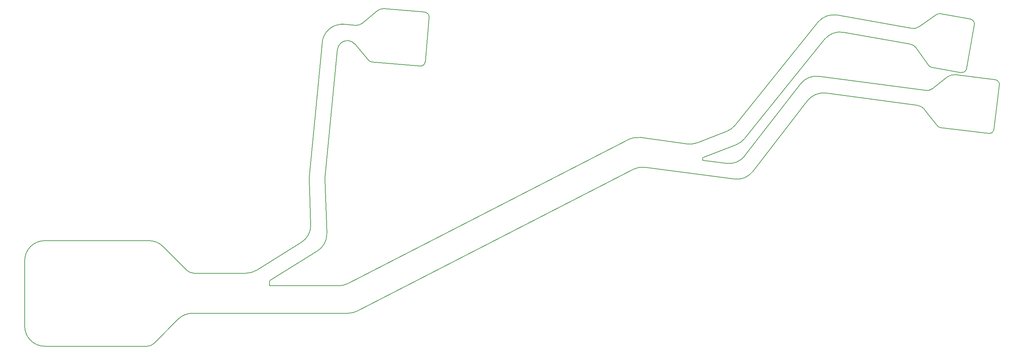
<source format=gbr>
*
G4_C Author: OrCAD GerbTool(tm) 8.1.1 Thu Jun 19 12:26:17 2003*
%LPD*%
%FSLAX34Y34*%
%MOIN*%
%AD*%
%ADD10R,0.050000X0.050000*%
%ADD11C,0.006000*%
%ADD12C,0.019000*%
%ADD13C,0.007900*%
%ADD14C,0.005000*%
%ADD15C,0.000800*%
%ADD16R,0.070000X0.025000*%
%ADD17R,0.068000X0.023000*%
%ADD18C,0.006000*%
%ADD19C,0.009800*%
%ADD20C,0.010000*%
%ADD21C,0.030000*%
%ADD22C,0.060000*%
%ADD23C,0.035000*%
%ADD24C,0.055000*%
%ADD25C,0.062980*%
%ADD26C,0.001000*%
%ADD27C,0.196840*%
G4_C OrCAD GerbTool Tool List *
G54D11*
G1X16875Y7491D2*
G75*
G2X16168Y7784I0J1000D1*
G74*
G1X12896Y479D2*
G75*
G2X12190Y186I-707J707D1*
G74*
G1X1971Y187D2*
G75*
G2X-29Y2188I0J2000D1*
G74*
G1X-29Y8745D1*
G1X1971Y10745D2*
G75*
G3X-29Y8745I0J-2000D1*
G74*
G1X15318Y2902D2*
G1X12896Y479D1*
G1X16732Y3488D2*
G75*
G3X15318Y2902I0J-2000D1*
G74*
G1X12190Y187D2*
G1X1971Y187D1*
G1X1971Y10745D2*
G1X12379Y10745D1*
G1X13793Y10159D2*
G1X16168Y7784D1*
G1X12379Y10745D2*
G75*
G2X13793Y10159I0J-2000D1*
G74*
G1X81127Y33301D2*
G1X88594Y31984D1*
G1X79221Y32585D2*
G75*
G2X81127Y33301I1563J-1258D1*
G74*
G1X81774Y31581D2*
G1X88407Y30411D1*
G1X79867Y30864D2*
G75*
G2X81774Y31581I1564J-1258D1*
G74*
G1X89959Y25764D2*
G1X79324Y27182D1*
G75*
G3X77477Y26423I-264J-1982D1*
G74*
G1X80019Y25495D2*
G1X89169Y24273D1*
G1X78172Y24736D2*
G75*
G2X80019Y25495I1587J-1226D1*
G74*
G1X70940Y22286D2*
G1X79221Y32585D1*
G1X70105Y21674D2*
G75*
G3X70940Y22286I-728J1874D1*
G74*
G1X71908Y20964D2*
G1X79867Y30864D1*
G1X71073Y20353D2*
G75*
G3X71908Y20964I-728J1874D1*
G74*
G1X67191Y20544D2*
G1X70105Y21674D1*
G1X66203Y20426D2*
G75*
G3X67191Y20544I265J1986D1*
G74*
G1X72703Y17659D2*
G1X78172Y24736D1*
G1X70856Y16899D2*
G75*
G3X72703Y17659I264J1982D1*
G74*
G1X67695Y19043D2*
G1X71073Y20353D1*
G1X67695Y19043D2*
G1X67695Y18787D1*
G1X70070Y18470D1*
G1X71917Y19229D2*
G1X77477Y26423D1*
G1X70070Y18470D2*
G75*
G3X71917Y19229I264J1982D1*
G74*
G1X61447Y21061D2*
G1X66203Y20426D1*
G1X60269Y20857D2*
G75*
G2X61447Y21061I918J-1785D1*
G74*
G1X61961Y18086D2*
G1X70856Y16899D1*
G1X60782Y17882D2*
G75*
G2X61961Y18086I918J-1785D1*
G74*
G1X16732Y3488D2*
G1X32291Y3488D1*
G1X33205Y3709D2*
G1X60782Y17882D1*
G1X32291Y3488D2*
G75*
G3X33205Y3709I0J1990D1*
G74*
G1X16876Y7491D2*
G1X22082Y7491D1*
G75*
G3X23139Y7793I0J1997D1*
G74*
G1X27602Y10571D1*
G75*
G3X28544Y12335I-1060J1704D1*
G74*
G1X29214Y9711D2*
G75*
G3X30156Y11475I-1060J1704D1*
G74*
G1X28394Y16858D2*
G1X28544Y12335D1*
G1X28402Y17116D2*
G75*
G3X28394Y16858I2037J-197D1*
G74*
G1X30156Y11475D2*
G1X29979Y16809D1*
G75*
G2X29987Y17067I1946J64D1*
G74*
G1X28402Y17116D2*
G1X29698Y30578D1*
G75*
G2X31863Y32378I1986J-192D1*
G74*
G1X29987Y17067D2*
G1X31218Y29852D1*
G75*
G2X32300Y30752I993J-96D1*
G74*
G1X29214Y9711D2*
G1X24434Y6736D1*
G1X24434Y6237D1*
G1X31336Y6237D1*
G1X32250Y6458D2*
G1X60269Y20857D1*
G1X31336Y6237D2*
G75*
G3X32250Y6458I0J1990D1*
G74*
G1X89052Y29999D2*
G75*
G3X88407Y30410I-819J-574D1*
G74*
G1X89341Y32150D2*
G75*
G2X88594Y31984I-574J819D1*
G74*
G1X94851Y32318D2*
G75*
G3X94445Y32898I-492J87D1*
G74*
G1X91425Y33430D1*
G1X91052Y33348D2*
G1X89341Y32150D1*
G1X91425Y33430D2*
G75*
G3X91052Y33348I-87J-492D1*
G74*
G1X89052Y29999D2*
G1X90255Y28281D1*
G75*
G3X90577Y28076I410J287D1*
G74*
G1X93504Y27560D1*
G1X94083Y27965D2*
G1X94851Y32318D1*
G1X93504Y27560D2*
G75*
G3X94083Y27965I87J492D1*
G74*
G1X89852Y23888D2*
G75*
G3X89185Y24265I-788J-616D1*
G74*
G1X97348Y26288D2*
G75*
G3X96913Y26845I-496J61D1*
G74*
G1X89852Y23888D2*
G1X91140Y22237D1*
G75*
G3X91474Y22048I394J308D1*
G74*
G1X96252Y21461D1*
G1X96809Y21897D2*
G1X97348Y26288D1*
G1X96252Y21461D2*
G75*
G3X96809Y21897I61J496D1*
G74*
G1X90697Y25968D2*
G75*
G2X89959Y25764I-616J788D1*
G74*
G1X90697Y25968D2*
G1X92184Y27131D1*
G1X92922Y27335D2*
G1X96913Y26845D1*
G1X92184Y27131D2*
G75*
G2X92922Y27335I616J-788D1*
G74*
G1X32968Y30398D2*
G75*
G3X32289Y30752I-766J-643D1*
G74*
G1X40376Y33058D2*
G75*
G3X39922Y33600I-498J44D1*
G74*
G1X32968Y30398D2*
G1X34314Y28794D1*
G75*
G3X34653Y28616I384J322D1*
G74*
G1X39449Y28197D1*
G1X39991Y28651D2*
G1X40376Y33058D1*
G1X39449Y28197D2*
G75*
G3X39991Y28651I44J498D1*
G74*
G1X33740Y32507D2*
G75*
G2X33010Y32276I-643J766D1*
G74*
G1X33740Y32507D2*
G1X35186Y33720D1*
G1X35916Y33951D2*
G1X39922Y33600D1*
G1X35186Y33720D2*
G75*
G2X35916Y33951I643J-766D1*
G74*
G1X31653Y32396D2*
G1X33010Y32277D1*
M2*

</source>
